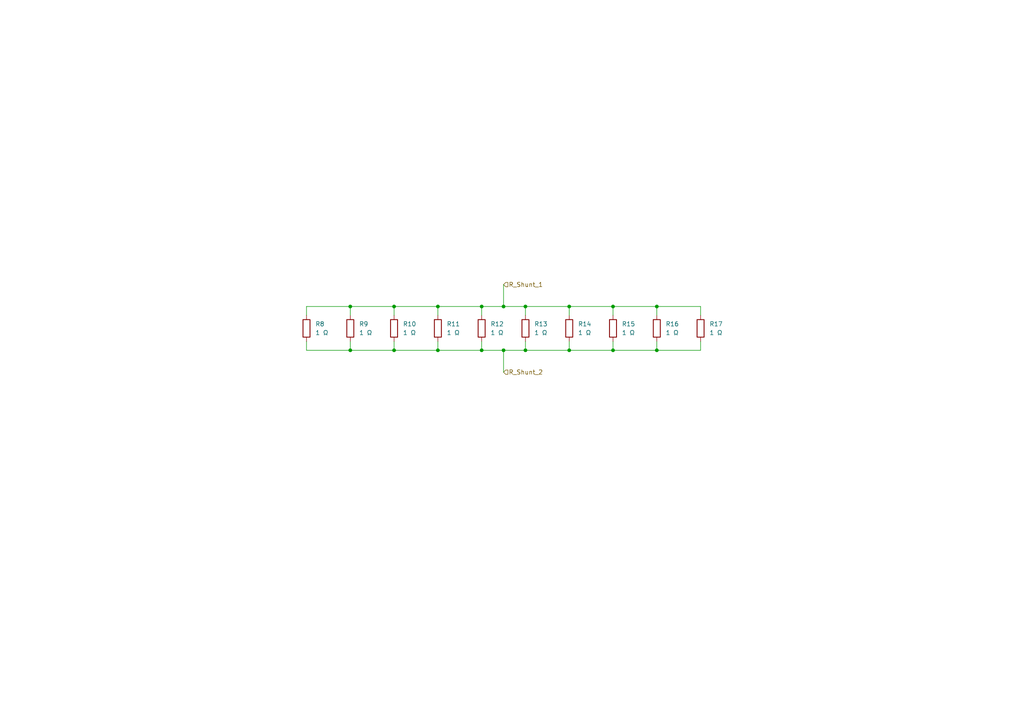
<source format=kicad_sch>
(kicad_sch (version 20230121) (generator eeschema)
  (paper "A4")
  (title_block (title "ATMEGA32A AVR Kit") (date "2023-12-08") (rev "C1") (company "Team Exotic") (comment 1 "Author: Morad Tamer"))
  (lib_symbols
    (symbol "Device:R" (pin_numbers hide) (pin_names (offset 0))
      (property "Reference" "R" (at 2.032 0 90))
      (property "Value" "R" (at 0 0 90))
      (symbol "R_0_1"
        (rectangle (start -1.016 -2.54) (end 1.016 2.54) (stroke (width 0.254)))
      )
      (symbol "R_1_1"
        (pin passive line (at 0 3.81 270) (length 1.27) (name "~") (number "1"))
        (pin passive line (at 0 -3.81 90) (length 1.27) (name "~") (number "2"))
      )
    )
  )
  (junction (at 139.7 88.9))
  (junction (at 146.05 88.9))
  (junction (at 165.1 88.9))
  (junction (at 114.3 88.9))
  (junction (at 165.1 101.6))
  (junction (at 190.5 101.6))
  (junction (at 190.5 88.9))
  (junction (at 114.3 101.6))
  (junction (at 101.6 101.6))
  (junction (at 177.8 88.9))
  (junction (at 101.6 88.9))
  (junction (at 146.05 101.6))
  (junction (at 177.8 101.6))
  (junction (at 152.4 88.9))
  (junction (at 127 101.6))
  (junction (at 127 88.9))
  (junction (at 139.7 101.6))
  (junction (at 152.4 101.6))
  (wire (pts (xy 146.05 101.6) (xy 152.4 101.6)))
  (wire (pts (xy 101.6 88.9) (xy 114.3 88.9)))
  (wire (pts (xy 165.1 88.9) (xy 165.1 91.44)))
  (wire (pts (xy 152.4 88.9) (xy 165.1 88.9)))
  (wire (pts (xy 165.1 101.6) (xy 177.8 101.6)))
  (wire (pts (xy 139.7 88.9) (xy 139.7 91.44)))
  (wire (pts (xy 165.1 88.9) (xy 177.8 88.9)))
  (wire (pts (xy 190.5 88.9) (xy 203.2 88.9)))
  (wire (pts (xy 88.9 91.44) (xy 88.9 88.9)))
  (wire (pts (xy 114.3 101.6) (xy 127 101.6)))
  (wire (pts (xy 177.8 99.06) (xy 177.8 101.6)))
  (wire (pts (xy 139.7 99.06) (xy 139.7 101.6)))
  (wire (pts (xy 190.5 88.9) (xy 190.5 91.44)))
  (wire (pts (xy 127 88.9) (xy 139.7 88.9)))
  (wire (pts (xy 152.4 101.6) (xy 165.1 101.6)))
  (wire (pts (xy 203.2 88.9) (xy 203.2 91.44)))
  (wire (pts (xy 114.3 88.9) (xy 114.3 91.44)))
  (wire (pts (xy 152.4 88.9) (xy 152.4 91.44)))
  (wire (pts (xy 127 101.6) (xy 139.7 101.6)))
  (wire (pts (xy 190.5 101.6) (xy 203.2 101.6)))
  (wire (pts (xy 146.05 101.6) (xy 146.05 107.95)))
  (wire (pts (xy 177.8 88.9) (xy 190.5 88.9)))
  (wire (pts (xy 139.7 101.6) (xy 146.05 101.6)))
  (wire (pts (xy 139.7 88.9) (xy 146.05 88.9)))
  (wire (pts (xy 146.05 82.55) (xy 146.05 88.9)))
  (wire (pts (xy 146.05 88.9) (xy 152.4 88.9)))
  (wire (pts (xy 152.4 99.06) (xy 152.4 101.6)))
  (wire (pts (xy 101.6 101.6) (xy 114.3 101.6)))
  (wire (pts (xy 88.9 99.06) (xy 88.9 101.6)))
  (wire (pts (xy 88.9 88.9) (xy 101.6 88.9)))
  (wire (pts (xy 177.8 101.6) (xy 190.5 101.6)))
  (wire (pts (xy 127 88.9) (xy 127 91.44)))
  (wire (pts (xy 114.3 88.9) (xy 127 88.9)))
  (wire (pts (xy 127 99.06) (xy 127 101.6)))
  (wire (pts (xy 88.9 101.6) (xy 101.6 101.6)))
  (wire (pts (xy 203.2 101.6) (xy 203.2 99.06)))
  (wire (pts (xy 114.3 99.06) (xy 114.3 101.6)))
  (wire (pts (xy 165.1 99.06) (xy 165.1 101.6)))
  (wire (pts (xy 101.6 88.9) (xy 101.6 91.44)))
  (wire (pts (xy 101.6 99.06) (xy 101.6 101.6)))
  (wire (pts (xy 177.8 88.9) (xy 177.8 91.44)))
  (wire (pts (xy 190.5 99.06) (xy 190.5 101.6)))
  (hierarchical_label "R_Shunt_2" (shape input) (at 146.05 107.95 0))
  (hierarchical_label "R_Shunt_1" (shape input) (at 146.05 82.55 0))
  (symbol (lib_id "Device:R") (at 139.7 95.25 0) (unit 1)
    (property "Reference" "R12" (at 142.24 93.98 0) (effects (justify left)))
    (property "Value" "1 Ω" (at 142.24 96.52 0) (effects (justify left)))
    (property "Footprint" "Resistor_SMD:R_1206_3216Metric_Pad1.30x1.75mm_HandSolder" (effects hide))
  )
  (symbol (lib_id "Device:R") (at 177.8 95.25 0) (unit 1)
    (property "Reference" "R15" (at 180.34 93.98 0) (effects (justify left)))
    (property "Value" "1 Ω" (at 180.34 96.52 0) (effects (justify left)))
    (property "Footprint" "Resistor_SMD:R_1206_3216Metric_Pad1.30x1.75mm_HandSolder" (effects hide))
  )
  (symbol (lib_id "Device:R") (at 114.3 95.25 0) (unit 1)
    (property "Reference" "R10" (at 116.84 93.98 0) (effects (justify left)))
    (property "Value" "1 Ω" (at 116.84 96.52 0) (effects (justify left)))
    (property "Footprint" "Resistor_SMD:R_1206_3216Metric_Pad1.30x1.75mm_HandSolder" (effects hide))
  )
  (symbol (lib_id "Device:R") (at 203.2 95.25 0) (unit 1)
    (property "Reference" "R17" (at 205.74 93.98 0) (effects (justify left)))
    (property "Value" "1 Ω" (at 205.74 96.52 0) (effects (justify left)))
    (property "Footprint" "Resistor_SMD:R_1206_3216Metric_Pad1.30x1.75mm_HandSolder" (effects hide))
  )
  (symbol (lib_id "Device:R") (at 127 95.25 0) (unit 1)
    (property "Reference" "R11" (at 129.54 93.98 0) (effects (justify left)))
    (property "Value" "1 Ω" (at 129.54 96.52 0) (effects (justify left)))
    (property "Footprint" "Resistor_SMD:R_1206_3216Metric_Pad1.30x1.75mm_HandSolder" (effects hide))
  )
  (symbol (lib_id "Device:R") (at 88.9 95.25 0) (unit 1)
    (property "Reference" "R8" (at 91.44 93.98 0) (effects (justify left)))
    (property "Value" "1 Ω" (at 91.44 96.52 0) (effects (justify left)))
    (property "Footprint" "Resistor_SMD:R_1206_3216Metric_Pad1.30x1.75mm_HandSolder" (effects hide))
  )
  (symbol (lib_id "Device:R") (at 165.1 95.25 0) (unit 1)
    (property "Reference" "R14" (at 167.64 93.98 0) (effects (justify left)))
    (property "Value" "1 Ω" (at 167.64 96.52 0) (effects (justify left)))
    (property "Footprint" "Resistor_SMD:R_1206_3216Metric_Pad1.30x1.75mm_HandSolder" (effects hide))
  )
  (symbol (lib_id "Device:R") (at 101.6 95.25 0) (unit 1)
    (property "Reference" "R9" (at 104.14 93.98 0) (effects (justify left)))
    (property "Value" "1 Ω" (at 104.14 96.52 0) (effects (justify left)))
    (property "Footprint" "Resistor_SMD:R_1206_3216Metric_Pad1.30x1.75mm_HandSolder" (effects hide))
  )
  (symbol (lib_id "Device:R") (at 152.4 95.25 0) (unit 1)
    (property "Reference" "R13" (at 154.94 93.98 0) (effects (justify left)))
    (property "Value" "1 Ω" (at 154.94 96.52 0) (effects (justify left)))
    (property "Footprint" "Resistor_SMD:R_1206_3216Metric_Pad1.30x1.75mm_HandSolder" (effects hide))
  )
  (symbol (lib_id "Device:R") (at 190.5 95.25 0) (unit 1)
    (property "Reference" "R16" (at 193.04 93.98 0) (effects (justify left)))
    (property "Value" "1 Ω" (at 193.04 96.52 0) (effects (justify left)))
    (property "Footprint" "Resistor_SMD:R_1206_3216Metric_Pad1.30x1.75mm_HandSolder" (effects hide))
  )
)
</source>
